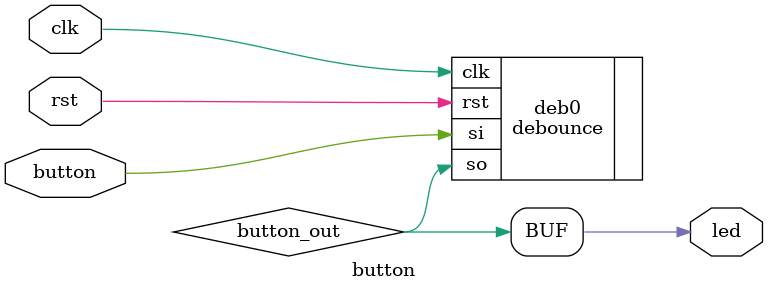
<source format=v>
`timescale 1ns / 1ps
`default_nettype none

module button (
   input wire clk,
   input wire rst,
   input wire button,
   output led
);
    wire button_out;
    assign led = button_out;

    debounce deb0(.clk(clk), .rst(rst), .si(button), .so(button_out));

endmodule

`default_nettype wire

</source>
